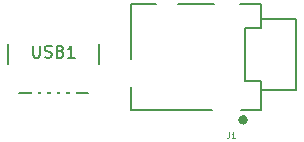
<source format=gto>
G04 #@! TF.GenerationSoftware,KiCad,Pcbnew,(5.1.4)-1*
G04 #@! TF.CreationDate,2022-01-12T12:57:04-05:00*
G04 #@! TF.ProjectId,a44key-pcb-left-hand,6134346b-6579-42d7-9063-622d6c656674,rev?*
G04 #@! TF.SameCoordinates,Original*
G04 #@! TF.FileFunction,Legend,Top*
G04 #@! TF.FilePolarity,Positive*
%FSLAX46Y46*%
G04 Gerber Fmt 4.6, Leading zero omitted, Abs format (unit mm)*
G04 Created by KiCad (PCBNEW (5.1.4)-1) date 2022-01-12 12:57:04*
%MOMM*%
%LPD*%
G04 APERTURE LIST*
%ADD10C,0.150000*%
%ADD11C,0.400000*%
%ADD12C,0.127000*%
%ADD13C,0.120150*%
%ADD14C,1.402000*%
%ADD15O,0.602000X4.202000*%
%ADD16O,5.202000X0.602000*%
%ADD17O,5.202000X1.602000*%
%ADD18C,2.352000*%
%ADD19C,2.352000*%
%ADD20O,2.277000X1.852000*%
%ADD21C,4.089800*%
%ADD22C,2.102000*%
%ADD23C,1.852000*%
%ADD24C,1.852000*%
%ADD25C,1.602000*%
%ADD26C,1.602000*%
%ADD27C,0.602000*%
%ADD28C,0.602000*%
%ADD29C,1.802000*%
%ADD30C,0.100000*%
%ADD31C,1.802000*%
%ADD32R,0.602000X2.352000*%
%ADD33O,1.802000X2.802000*%
%ADD34C,1.202000*%
%ADD35C,1.752000*%
%ADD36R,1.752000X1.752000*%
G04 APERTURE END LIST*
D10*
X162694000Y-51932000D02*
X154994000Y-51932000D01*
X154994000Y-46482000D02*
X154994000Y-51932000D01*
X162694000Y-46482000D02*
X162694000Y-51932000D01*
D11*
X175082000Y-54242000D02*
G75*
G03X175082000Y-54242000I-200000J0D01*
G01*
D12*
X169382000Y-44442000D02*
X172432000Y-44442000D01*
X165382000Y-44442000D02*
X167482000Y-44442000D01*
X165382000Y-49092000D02*
X165382000Y-44442000D01*
X165382000Y-53442000D02*
X165382000Y-51442000D01*
X172282000Y-53442000D02*
X165382000Y-53442000D01*
X179382000Y-51742000D02*
X176382000Y-51742000D01*
X179382000Y-45742000D02*
X179382000Y-51742000D01*
X176382000Y-45742000D02*
X179382000Y-45742000D01*
X176382000Y-44442000D02*
X174632000Y-44442000D01*
X176382000Y-45742000D02*
X176382000Y-44442000D01*
X176382000Y-46492000D02*
X176382000Y-45742000D01*
X175082000Y-46492000D02*
X176382000Y-46492000D01*
X175082000Y-50992000D02*
X175082000Y-46492000D01*
X176382000Y-50992000D02*
X175082000Y-50992000D01*
X176382000Y-51742000D02*
X176382000Y-50992000D01*
X176382000Y-53442000D02*
X176382000Y-51742000D01*
X174682000Y-53442000D02*
X176382000Y-53442000D01*
D10*
X157105904Y-47966380D02*
X157105904Y-48775904D01*
X157153523Y-48871142D01*
X157201142Y-48918761D01*
X157296380Y-48966380D01*
X157486857Y-48966380D01*
X157582095Y-48918761D01*
X157629714Y-48871142D01*
X157677333Y-48775904D01*
X157677333Y-47966380D01*
X158105904Y-48918761D02*
X158248761Y-48966380D01*
X158486857Y-48966380D01*
X158582095Y-48918761D01*
X158629714Y-48871142D01*
X158677333Y-48775904D01*
X158677333Y-48680666D01*
X158629714Y-48585428D01*
X158582095Y-48537809D01*
X158486857Y-48490190D01*
X158296380Y-48442571D01*
X158201142Y-48394952D01*
X158153523Y-48347333D01*
X158105904Y-48252095D01*
X158105904Y-48156857D01*
X158153523Y-48061619D01*
X158201142Y-48014000D01*
X158296380Y-47966380D01*
X158534476Y-47966380D01*
X158677333Y-48014000D01*
X159439238Y-48442571D02*
X159582095Y-48490190D01*
X159629714Y-48537809D01*
X159677333Y-48633047D01*
X159677333Y-48775904D01*
X159629714Y-48871142D01*
X159582095Y-48918761D01*
X159486857Y-48966380D01*
X159105904Y-48966380D01*
X159105904Y-47966380D01*
X159439238Y-47966380D01*
X159534476Y-48014000D01*
X159582095Y-48061619D01*
X159629714Y-48156857D01*
X159629714Y-48252095D01*
X159582095Y-48347333D01*
X159534476Y-48394952D01*
X159439238Y-48442571D01*
X159105904Y-48442571D01*
X160629714Y-48966380D02*
X160058285Y-48966380D01*
X160344000Y-48966380D02*
X160344000Y-47966380D01*
X160248761Y-48109238D01*
X160153523Y-48204476D01*
X160058285Y-48252095D01*
D13*
X173701503Y-55292085D02*
X173701503Y-55635369D01*
X173678618Y-55704026D01*
X173632846Y-55749797D01*
X173564189Y-55772683D01*
X173518418Y-55772683D01*
X174182101Y-55772683D02*
X173907474Y-55772683D01*
X174044787Y-55772683D02*
X174044787Y-55292085D01*
X173999016Y-55360742D01*
X173953245Y-55406513D01*
X173907474Y-55429399D01*
D10*
%LPC*%
D14*
X178244500Y-66357500D03*
D15*
X179358500Y-65230500D03*
X183563500Y-65229660D03*
X183958500Y-65230500D03*
D16*
X181658500Y-67030500D03*
X181658500Y-63430500D03*
D15*
X179758500Y-65230500D03*
D17*
X181658500Y-66130500D03*
D18*
X178523500Y-61050500D03*
D19*
X177868505Y-61780504D02*
X179178495Y-60320496D01*
D18*
X184198500Y-59475500D03*
D19*
X184178729Y-59765516D02*
X184218271Y-59185484D01*
D20*
X186948500Y-64325500D03*
X176398500Y-64325500D03*
D21*
X181673500Y-64325500D03*
D22*
X186673500Y-60525501D03*
X181673500Y-58425500D03*
D14*
X178244500Y-85407500D03*
D15*
X179358500Y-84280500D03*
X183563500Y-84279660D03*
X183958500Y-84280500D03*
D16*
X181658500Y-86080500D03*
X181658500Y-82480500D03*
D15*
X179758500Y-84280500D03*
D17*
X181658500Y-85180500D03*
D18*
X178523500Y-80100500D03*
D19*
X177868505Y-80830504D02*
X179178495Y-79370496D01*
D18*
X184198500Y-78525500D03*
D19*
X184178729Y-78815516D02*
X184218271Y-78235484D01*
D20*
X186948500Y-83375500D03*
X176398500Y-83375500D03*
D21*
X181673500Y-83375500D03*
D22*
X186673500Y-79575501D03*
X181673500Y-77475500D03*
D14*
X159194500Y-90170000D03*
D15*
X160308500Y-89043000D03*
X164513500Y-89042160D03*
X164908500Y-89043000D03*
D16*
X162608500Y-90843000D03*
X162608500Y-87243000D03*
D15*
X160708500Y-89043000D03*
D17*
X162608500Y-89943000D03*
D18*
X159473500Y-84863000D03*
D19*
X158818505Y-85593004D02*
X160128495Y-84132996D01*
D18*
X165148500Y-83288000D03*
D19*
X165128729Y-83578016D02*
X165168271Y-82997984D01*
D20*
X167898500Y-88138000D03*
X157348500Y-88138000D03*
D21*
X162623500Y-88138000D03*
D22*
X167623500Y-84338001D03*
X162623500Y-82238000D03*
D14*
X82994500Y-104457500D03*
D15*
X84108500Y-103330500D03*
X88313500Y-103329660D03*
X88708500Y-103330500D03*
D16*
X86408500Y-105130500D03*
X86408500Y-101530500D03*
D15*
X84508500Y-103330500D03*
D17*
X86408500Y-104230500D03*
D18*
X83273500Y-99150500D03*
D19*
X82618505Y-99880504D02*
X83928495Y-98420496D01*
D18*
X88948500Y-97575500D03*
D19*
X88928729Y-97865516D02*
X88968271Y-97285484D01*
D20*
X91698500Y-102425500D03*
X81148500Y-102425500D03*
D21*
X86423500Y-102425500D03*
D22*
X91423500Y-98625501D03*
X86423500Y-96525500D03*
D14*
X82994500Y-85407500D03*
D15*
X84108500Y-84280500D03*
X88313500Y-84279660D03*
X88708500Y-84280500D03*
D16*
X86408500Y-86080500D03*
X86408500Y-82480500D03*
D15*
X84508500Y-84280500D03*
D17*
X86408500Y-85180500D03*
D18*
X83273500Y-80100500D03*
D19*
X82618505Y-80830504D02*
X83928495Y-79370496D01*
D18*
X88948500Y-78525500D03*
D19*
X88928729Y-78815516D02*
X88968271Y-78235484D01*
D20*
X91698500Y-83375500D03*
X81148500Y-83375500D03*
D21*
X86423500Y-83375500D03*
D22*
X91423500Y-79575501D03*
X86423500Y-77475500D03*
X160778968Y-134954340D03*
X156492859Y-131631800D03*
D21*
X162306000Y-129255378D03*
D23*
X167401259Y-130620648D03*
D24*
X167606518Y-130675647D02*
X167196000Y-130565649D01*
D23*
X157210741Y-127890108D03*
D24*
X157416000Y-127945107D02*
X157005482Y-127835109D01*
D18*
X158611765Y-133286600D03*
D19*
X158705924Y-133011583D02*
X158517606Y-133561617D01*
D18*
X164501034Y-133234065D03*
D19*
X165322650Y-132698460D02*
X163679418Y-133769670D01*
D25*
X162787657Y-127515764D03*
D26*
X164526323Y-127981638D02*
X161048991Y-127049890D01*
D27*
X164389979Y-128876854D03*
D28*
X163924105Y-130615520D02*
X164855853Y-127138188D01*
D27*
X162088846Y-130123764D03*
D28*
X164310475Y-130719048D02*
X159867217Y-129528480D01*
D27*
X163020594Y-126646431D03*
D28*
X165242223Y-127241715D02*
X160798965Y-126051147D01*
D27*
X160333091Y-127789814D03*
D28*
X159867217Y-129528480D02*
X160798965Y-126051148D01*
D27*
X160714414Y-127892859D03*
D28*
X160248540Y-129631525D02*
X161180288Y-126154193D01*
D27*
X164776350Y-128980381D03*
D28*
X164310476Y-130719047D02*
X165242224Y-127241715D01*
D14*
X166144080Y-128180107D03*
D29*
X189992000Y-133350000D03*
D30*
G36*
X191095495Y-132712897D02*
G01*
X190629103Y-134453495D01*
X188888505Y-133987103D01*
X189354897Y-132246505D01*
X191095495Y-132712897D01*
X191095495Y-132712897D01*
G37*
D29*
X189334600Y-135803452D03*
D31*
X189334600Y-135803452D02*
X189334600Y-135803452D01*
D29*
X188677199Y-138256903D03*
D31*
X188677199Y-138256903D02*
X188677199Y-138256903D01*
D29*
X188019799Y-140710355D03*
D31*
X188019799Y-140710355D02*
X188019799Y-140710355D01*
D29*
X155194000Y-123952000D03*
D30*
G36*
X156297495Y-123314897D02*
G01*
X155831103Y-125055495D01*
X154090505Y-124589103D01*
X154556897Y-122848505D01*
X156297495Y-123314897D01*
X156297495Y-123314897D01*
G37*
D29*
X154536600Y-126405452D03*
D31*
X154536600Y-126405452D02*
X154536600Y-126405452D01*
D29*
X153879199Y-128858903D03*
D31*
X153879199Y-128858903D02*
X153879199Y-128858903D01*
D29*
X153221799Y-131312355D03*
D31*
X153221799Y-131312355D02*
X153221799Y-131312355D01*
D29*
X166121645Y-138743799D03*
D30*
G36*
X165484542Y-137640304D02*
G01*
X167225140Y-138106696D01*
X166758748Y-139847294D01*
X165018150Y-139380902D01*
X165484542Y-137640304D01*
X165484542Y-137640304D01*
G37*
D29*
X168575097Y-139401199D03*
D31*
X168575097Y-139401199D02*
X168575097Y-139401199D01*
D29*
X171028548Y-140058600D03*
D31*
X171028548Y-140058600D02*
X171028548Y-140058600D01*
D29*
X173482000Y-140716000D03*
D31*
X173482000Y-140716000D02*
X173482000Y-140716000D01*
D32*
X157244000Y-50982000D03*
X158044000Y-50982000D03*
X158844000Y-50982000D03*
X159644000Y-50982000D03*
X160444000Y-50982000D03*
D33*
X162494000Y-50982000D03*
X155194000Y-50982000D03*
X155194000Y-46482000D03*
X162494000Y-46482000D03*
D14*
X178241479Y-104491723D03*
D15*
X179355479Y-103364723D03*
X183560479Y-103363883D03*
X183955479Y-103364723D03*
D16*
X181655479Y-105164723D03*
X181655479Y-101564723D03*
D15*
X179755479Y-103364723D03*
D17*
X181655479Y-104264723D03*
D18*
X178520479Y-99184723D03*
D19*
X177865484Y-99914727D02*
X179175474Y-98454719D01*
D18*
X184195479Y-97609723D03*
D19*
X184175708Y-97899739D02*
X184215250Y-97319707D01*
D20*
X186945479Y-102459723D03*
X176395479Y-102459723D03*
D21*
X181670479Y-102459723D03*
D22*
X186670479Y-98659724D03*
X181670479Y-96559723D03*
D34*
X168482000Y-48742000D03*
X173482000Y-48742000D03*
D35*
X173482000Y-44242000D03*
X165382000Y-50342000D03*
X168482000Y-45142000D03*
D36*
X173482000Y-53542000D03*
D14*
X140144500Y-58420000D03*
D15*
X141258500Y-57293000D03*
X145463500Y-57292160D03*
X145858500Y-57293000D03*
D16*
X143558500Y-59093000D03*
X143558500Y-55493000D03*
D15*
X141658500Y-57293000D03*
D17*
X143558500Y-58193000D03*
D18*
X140423500Y-53113000D03*
D19*
X139768505Y-53843004D02*
X141078495Y-52382996D01*
D18*
X146098500Y-51538000D03*
D19*
X146078729Y-51828016D02*
X146118271Y-51247984D01*
D20*
X148848500Y-56388000D03*
X138298500Y-56388000D03*
D21*
X143573500Y-56388000D03*
D22*
X148573500Y-52588001D03*
X143573500Y-50488000D03*
X179613760Y-140034004D03*
X175327651Y-136711464D03*
D21*
X181140792Y-134335042D03*
D23*
X186236051Y-135700312D03*
D24*
X186441310Y-135755311D02*
X186030792Y-135645313D01*
D23*
X176045533Y-132969772D03*
D24*
X176250792Y-133024771D02*
X175840274Y-132914773D01*
D18*
X177446557Y-138366264D03*
D19*
X177540716Y-138091247D02*
X177352398Y-138641281D01*
D18*
X183335826Y-138313729D03*
D19*
X184157442Y-137778124D02*
X182514210Y-138849334D01*
D25*
X181622449Y-132595428D03*
D26*
X183361115Y-133061302D02*
X179883783Y-132129554D01*
D27*
X183224771Y-133956518D03*
D28*
X182758897Y-135695184D02*
X183690645Y-132217852D01*
D27*
X180923638Y-135203428D03*
D28*
X183145267Y-135798712D02*
X178702009Y-134608144D01*
D27*
X181855386Y-131726095D03*
D28*
X184077015Y-132321379D02*
X179633757Y-131130811D01*
D27*
X179167883Y-132869478D03*
D28*
X178702009Y-134608144D02*
X179633757Y-131130812D01*
D27*
X179549206Y-132972523D03*
D28*
X179083332Y-134711189D02*
X180015080Y-131233857D01*
D27*
X183611142Y-134060045D03*
D28*
X183145268Y-135798711D02*
X184077016Y-132321379D01*
D14*
X184978872Y-133259771D03*
X82994500Y-66357500D03*
D15*
X84108500Y-65230500D03*
X88313500Y-65229660D03*
X88708500Y-65230500D03*
D16*
X86408500Y-67030500D03*
X86408500Y-63430500D03*
D15*
X84508500Y-65230500D03*
D17*
X86408500Y-66130500D03*
D18*
X83273500Y-61050500D03*
D19*
X82618505Y-61780504D02*
X83928495Y-60320496D01*
D18*
X88948500Y-59475500D03*
D19*
X88928729Y-59765516D02*
X88968271Y-59185484D01*
D20*
X91698500Y-64325500D03*
X81148500Y-64325500D03*
D21*
X86423500Y-64325500D03*
D22*
X91423500Y-60525501D03*
X86423500Y-58425500D03*
D14*
X102044500Y-107632500D03*
D15*
X103158500Y-106505500D03*
X107363500Y-106504660D03*
X107758500Y-106505500D03*
D16*
X105458500Y-108305500D03*
X105458500Y-104705500D03*
D15*
X103558500Y-106505500D03*
D17*
X105458500Y-107405500D03*
D18*
X102323500Y-102325500D03*
D19*
X101668505Y-103055504D02*
X102978495Y-101595496D01*
D18*
X107998500Y-100750500D03*
D19*
X107978729Y-101040516D02*
X108018271Y-100460484D01*
D20*
X110748500Y-105600500D03*
X100198500Y-105600500D03*
D21*
X105473500Y-105600500D03*
D22*
X110473500Y-101800501D03*
X105473500Y-99700500D03*
D14*
X102044500Y-88582500D03*
D15*
X103158500Y-87455500D03*
X107363500Y-87454660D03*
X107758500Y-87455500D03*
D16*
X105458500Y-89255500D03*
X105458500Y-85655500D03*
D15*
X103558500Y-87455500D03*
D17*
X105458500Y-88355500D03*
D18*
X102323500Y-83275500D03*
D19*
X101668505Y-84005504D02*
X102978495Y-82545496D01*
D18*
X107998500Y-81700500D03*
D19*
X107978729Y-81990516D02*
X108018271Y-81410484D01*
D20*
X110748500Y-86550500D03*
X100198500Y-86550500D03*
D21*
X105473500Y-86550500D03*
D22*
X110473500Y-82750501D03*
X105473500Y-80650500D03*
D14*
X102044500Y-69532500D03*
D15*
X103158500Y-68405500D03*
X107363500Y-68404660D03*
X107758500Y-68405500D03*
D16*
X105458500Y-70205500D03*
X105458500Y-66605500D03*
D15*
X103558500Y-68405500D03*
D17*
X105458500Y-69305500D03*
D18*
X102323500Y-64225500D03*
D19*
X101668505Y-64955504D02*
X102978495Y-63495496D01*
D18*
X107998500Y-62650500D03*
D19*
X107978729Y-62940516D02*
X108018271Y-62360484D01*
D20*
X110748500Y-67500500D03*
X100198500Y-67500500D03*
D21*
X105473500Y-67500500D03*
D22*
X110473500Y-63700501D03*
X105473500Y-61600500D03*
D14*
X121094500Y-120332500D03*
D15*
X122208500Y-119205500D03*
X126413500Y-119204660D03*
X126808500Y-119205500D03*
D16*
X124508500Y-121005500D03*
X124508500Y-117405500D03*
D15*
X122608500Y-119205500D03*
D17*
X124508500Y-120105500D03*
D18*
X121373500Y-115025500D03*
D19*
X120718505Y-115755504D02*
X122028495Y-114295496D01*
D18*
X127048500Y-113450500D03*
D19*
X127028729Y-113740516D02*
X127068271Y-113160484D01*
D20*
X129798500Y-118300500D03*
X119248500Y-118300500D03*
D21*
X124523500Y-118300500D03*
D22*
X129523500Y-114500501D03*
X124523500Y-112400500D03*
D14*
X121094500Y-101282500D03*
D15*
X122208500Y-100155500D03*
X126413500Y-100154660D03*
X126808500Y-100155500D03*
D16*
X124508500Y-101955500D03*
X124508500Y-98355500D03*
D15*
X122608500Y-100155500D03*
D17*
X124508500Y-101055500D03*
D18*
X121373500Y-95975500D03*
D19*
X120718505Y-96705504D02*
X122028495Y-95245496D01*
D18*
X127048500Y-94400500D03*
D19*
X127028729Y-94690516D02*
X127068271Y-94110484D01*
D20*
X129798500Y-99250500D03*
X119248500Y-99250500D03*
D21*
X124523500Y-99250500D03*
D22*
X129523500Y-95450501D03*
X124523500Y-93350500D03*
D14*
X121094500Y-82232500D03*
D15*
X122208500Y-81105500D03*
X126413500Y-81104660D03*
X126808500Y-81105500D03*
D16*
X124508500Y-82905500D03*
X124508500Y-79305500D03*
D15*
X122608500Y-81105500D03*
D17*
X124508500Y-82005500D03*
D18*
X121373500Y-76925500D03*
D19*
X120718505Y-77655504D02*
X122028495Y-76195496D01*
D18*
X127048500Y-75350500D03*
D19*
X127028729Y-75640516D02*
X127068271Y-75060484D01*
D20*
X129798500Y-80200500D03*
X119248500Y-80200500D03*
D21*
X124523500Y-80200500D03*
D22*
X129523500Y-76400501D03*
X124523500Y-74300500D03*
D14*
X121094500Y-63182500D03*
D15*
X122208500Y-62055500D03*
X126413500Y-62054660D03*
X126808500Y-62055500D03*
D16*
X124508500Y-63855500D03*
X124508500Y-60255500D03*
D15*
X122608500Y-62055500D03*
D17*
X124508500Y-62955500D03*
D18*
X121373500Y-57875500D03*
D19*
X120718505Y-58605504D02*
X122028495Y-57145496D01*
D18*
X127048500Y-56300500D03*
D19*
X127028729Y-56590516D02*
X127068271Y-56010484D01*
D20*
X129798500Y-61150500D03*
X119248500Y-61150500D03*
D21*
X124523500Y-61150500D03*
D22*
X129523500Y-57350501D03*
X124523500Y-55250500D03*
D14*
X140144500Y-115570000D03*
D15*
X141258500Y-114443000D03*
X145463500Y-114442160D03*
X145858500Y-114443000D03*
D16*
X143558500Y-116243000D03*
X143558500Y-112643000D03*
D15*
X141658500Y-114443000D03*
D17*
X143558500Y-115343000D03*
D18*
X140423500Y-110263000D03*
D19*
X139768505Y-110993004D02*
X141078495Y-109532996D01*
D18*
X146098500Y-108688000D03*
D19*
X146078729Y-108978016D02*
X146118271Y-108397984D01*
D20*
X148848500Y-113538000D03*
X138298500Y-113538000D03*
D21*
X143573500Y-113538000D03*
D22*
X148573500Y-109738001D03*
X143573500Y-107638000D03*
D14*
X140144500Y-96520000D03*
D15*
X141258500Y-95393000D03*
X145463500Y-95392160D03*
X145858500Y-95393000D03*
D16*
X143558500Y-97193000D03*
X143558500Y-93593000D03*
D15*
X141658500Y-95393000D03*
D17*
X143558500Y-96293000D03*
D18*
X140423500Y-91213000D03*
D19*
X139768505Y-91943004D02*
X141078495Y-90482996D01*
D18*
X146098500Y-89638000D03*
D19*
X146078729Y-89928016D02*
X146118271Y-89347984D01*
D20*
X148848500Y-94488000D03*
X138298500Y-94488000D03*
D21*
X143573500Y-94488000D03*
D22*
X148573500Y-90688001D03*
X143573500Y-88588000D03*
D14*
X140144500Y-77470000D03*
D15*
X141258500Y-76343000D03*
X145463500Y-76342160D03*
X145858500Y-76343000D03*
D16*
X143558500Y-78143000D03*
X143558500Y-74543000D03*
D15*
X141658500Y-76343000D03*
D17*
X143558500Y-77243000D03*
D18*
X140423500Y-72163000D03*
D19*
X139768505Y-72893004D02*
X141078495Y-71432996D01*
D18*
X146098500Y-70588000D03*
D19*
X146078729Y-70878016D02*
X146118271Y-70297984D01*
D20*
X148848500Y-75438000D03*
X138298500Y-75438000D03*
D21*
X143573500Y-75438000D03*
D22*
X148573500Y-71638001D03*
X143573500Y-69538000D03*
D14*
X159194500Y-109220000D03*
D15*
X160308500Y-108093000D03*
X164513500Y-108092160D03*
X164908500Y-108093000D03*
D16*
X162608500Y-109893000D03*
X162608500Y-106293000D03*
D15*
X160708500Y-108093000D03*
D17*
X162608500Y-108993000D03*
D18*
X159473500Y-103913000D03*
D19*
X158818505Y-104643004D02*
X160128495Y-103182996D01*
D18*
X165148500Y-102338000D03*
D19*
X165128729Y-102628016D02*
X165168271Y-102047984D01*
D20*
X167898500Y-107188000D03*
X157348500Y-107188000D03*
D21*
X162623500Y-107188000D03*
D22*
X167623500Y-103388001D03*
X162623500Y-101288000D03*
D14*
X159194500Y-71120000D03*
D15*
X160308500Y-69993000D03*
X164513500Y-69992160D03*
X164908500Y-69993000D03*
D16*
X162608500Y-71793000D03*
X162608500Y-68193000D03*
D15*
X160708500Y-69993000D03*
D17*
X162608500Y-70893000D03*
D18*
X159473500Y-65813000D03*
D19*
X158818505Y-66543004D02*
X160128495Y-65082996D01*
D18*
X165148500Y-64238000D03*
D19*
X165128729Y-64528016D02*
X165168271Y-63947984D01*
D20*
X167898500Y-69088000D03*
X157348500Y-69088000D03*
D21*
X162623500Y-69088000D03*
D22*
X167623500Y-65288001D03*
X162623500Y-63188000D03*
M02*

</source>
